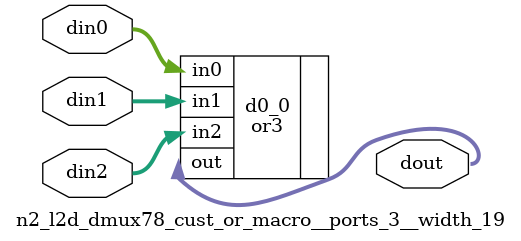
<source format=v>
module n2_l2d_dmux78_cust (
  waysel_c3, 
  set_c3, 
  coloff_c3, 
  coloff_c4_l, 
  rd_wr_c3, 
  worden_c3, 
  l2clk, 
  tcu_pce_ov, 
  tcu_pce, 
  se, 
  tcu_clk_stop, 
  waysel_top_c4, 
  waysel_bot_c4, 
  set_top_c3b, 
  set_bot_c3b, 
  coloff_top_c3b_l, 
  coloff_bot_c3b_l, 
  writeen_top_c3b, 
  writeen_bot_c3b, 
  l1clk, 
  worden_top_c3b, 
  worden_bot_c3b, 
  sat_lo0_bc_l, 
  sat_hi0_bc_l, 
  sat_lo1_bc_l, 
  sat_hi1_bc_l, 
  sab_lo0_bc_l, 
  sab_hi0_bc_l, 
  sab_lo1_bc_l, 
  sab_hi1_bc_l, 
  ldin0lo_b, 
  ldin0hi_b, 
  ldin1lo_b, 
  ldin1hi_b, 
  ldout0lo_b, 
  ldout0hi_b, 
  ldout1lo_b, 
  ldout1hi_b, 
  red_d_in_00, 
  red_d_out_00, 
  fuse_l2d_rid_00, 
  fuse_l2d_wren_00, 
  fuse_l2d_reset_00_l, 
  sel_quad_00, 
  red_d_in_01, 
  red_d_out_01, 
  fuse_l2d_rid_01, 
  fuse_l2d_wren_01, 
  fuse_l2d_reset_01_l, 
  sel_quad_01, 
  red_addr_top, 
  red_addr_bot, 
  red_top_d_00, 
  red_top_d_01, 
  cred);

input	[7:0]	waysel_c3;
input	[8:0]   set_c3;
input	   	coloff_c3;
input	   	coloff_c4_l;
//input	[1:0]   coloff_c5;
input	       	rd_wr_c3;
//input	       	readen_c5;
input	[3:0]   worden_c3;
input	       	l2clk;
input	       	tcu_pce_ov;
input	       	tcu_pce;
input	       	se;
input	       	tcu_clk_stop;
		
output	[7:0]	waysel_top_c4;			
output	[7:0]	waysel_bot_c4;			
output	[8:0]	set_top_c3b;		//	Set 8 will be inverted for top/bot
output	[8:0]	set_bot_c3b;		//	Set 8 will be inverted for top/bot
output		coloff_top_c3b_l;		
output		coloff_bot_c3b_l;		
//output		coloff_top_c4_l	;		
//output		coloff_bot_c4_l;			
//output	[1:0]	coloff_top_c5;			
//output	[1:0]	coloff_bot_c5;			
output		writeen_top_c3b;			
output		writeen_bot_c3b;			
//output		readen_top_c5;			
//output		readen_bot_c5;			
output		l1clk;				
output	[3:0]	worden_top_c3b;			
output	[3:0]	worden_bot_c3b;			


input	[19:0]	sat_lo0_bc_l;		//	Senseamp out from top-16kb
input	[19:0]	sat_hi0_bc_l;		//	Senseamp out from top-16kb
input	[18:0]	sat_lo1_bc_l;		//	Senseamp out from top-16kb
input	[18:0]	sat_hi1_bc_l;		//	Senseamp out from top-16kb
input	[19:0]	sab_lo0_bc_l;		//	Senseamp out from bot-16kb
input	[19:0]	sab_hi0_bc_l;		//	Senseamp out from bot-16kb
input	[18:0]	sab_lo1_bc_l;		//	Senseamp out from bot-16kb
input	[18:0]	sab_hi1_bc_l;		//	Senseamp out from bot-16kb
input	[19:0]	ldin0lo_b;	
input	[19:0]	ldin0hi_b;	
input	[18:0]	ldin1lo_b;	
input	[18:0]	ldin1hi_b;	
//input		bnken_lat;		//	Address latch enable (1.5cycle)
output	[19:0]	ldout0lo_b;	
output	[19:0]	ldout0hi_b;
output	[18:0]	ldout1lo_b;	
output	[18:0]	ldout1hi_b;	
		

input	[9:0]	red_d_in_00;
output	[9:0]	red_d_out_00;
input	[2:0]	fuse_l2d_rid_00;
input		fuse_l2d_wren_00;
input		fuse_l2d_reset_00_l;
input		sel_quad_00;

input	[9:0]	red_d_in_01;
output	[9:0]	red_d_out_01;
input	[2:0]	fuse_l2d_rid_01;
input		fuse_l2d_wren_01;
input		fuse_l2d_reset_01_l;
input		sel_quad_01;

output	[9:0]	red_addr_top;
output	[9:0]	red_addr_bot;
// forwarded
input	[9:0]	red_top_d_00;
input	[9:0]	red_top_d_01;

output	[77:0]	cred;
//output		fuse_l2d_reset_00_l_buf;
//output		fuse_l2d_reset_01_l_buf;

reg	[7:0]	waysel_top_c4;
reg	[7:0]	waysel_bot_c4;
reg	[8:0]	set_top_c3b;
reg	[8:0]	set_bot_c3b;
reg		writeen_top_c3b;
reg		writeen_bot_c3b;
reg	[3:0]	worden_top_c3b;
reg	[3:0]	worden_bot_c3b;
reg		coloff_top_c3b_l;
reg		coloff_bot_c3b_l;
reg     [7:0]   waysel_top_c3b;
reg     [7:0]   waysel_bot_c3b;
//always@(posedge l2clk)
always@(negedge l2clk)
begin
        coloff_top_c3b_l                <= ~coloff_c3;
        coloff_bot_c3b_l                <= ~coloff_c3;
	worden_top_c3b[3:0]		<=  worden_c3[3:0];
	worden_bot_c3b[3:0]		<=  worden_c3[3:0];
	writeen_top_c3b			<=  ~rd_wr_c3;
	writeen_bot_c3b			<=  ~rd_wr_c3;	
end

//always@(negedge l2clk)
//always@(l2clk or bnken_lat)
always@(l2clk or coloff_c4_l)
begin
//	if(~bnken_lat)
        if(~l2clk & coloff_c4_l)
	begin
		waysel_top_c3b[7:0]		<=  waysel_c3[7:0];	
		waysel_bot_c3b[7:0]		<=  waysel_c3[7:0];	
		set_bot_c3b[8:0]		<=  set_c3[8:0];
		set_top_c3b[8:0]		<=  {~set_c3[8],set_c3[7:0]};

	end
end

always@(posedge l2clk )
begin
waysel_top_c4[7:0]		<=  waysel_top_c3b[7:0];
waysel_bot_c4[7:0]		<=  waysel_bot_c3b[7:0];
end
//assign 	readen_top_c5	= readen_c5;
//assign 	readen_bot_c5	= readen_c5;
//assign 	coloff_top_c5	= coloff_c5[1:0];
//assign 	coloff_bot_c5	= coloff_c5[1:0];
//assign 	coloff_top_c4_l	= coloff_c4_l;
//assign 	coloff_bot_c4_l	= coloff_c4_l;


wire	[19:0]	sat_lo0_bc;
wire	[19:0]	sab_lo0_bc;
wire	[19:0]	sat_hi0_bc;
wire	[19:0]	sab_hi0_bc;
                       
wire	[18:0]	sat_lo1_bc;
wire	[18:0]	sab_lo1_bc;
wire	[18:0]	sat_hi1_bc;
wire	[18:0]	sab_hi1_bc;


//always@(posedge l1clk)
//begin
assign  sat_lo0_bc[19:0] = ~sat_lo0_bc_l[19:0];
assign  sab_lo0_bc[19:0] = ~sab_lo0_bc_l[19:0];
assign  sat_hi0_bc[19:0] = ~sat_hi0_bc_l[19:0];
assign  sab_hi0_bc[19:0] = ~sab_hi0_bc_l[19:0];

assign  sat_lo1_bc[18:0] = ~sat_lo1_bc_l[18:0];
assign  sab_lo1_bc[18:0] = ~sab_lo1_bc_l[18:0];
assign  sat_hi1_bc[18:0] = ~sat_hi1_bc_l[18:0];
assign  sab_hi1_bc[18:0] = ~sab_hi1_bc_l[18:0];
//end



n2_l2d_dmux78_cust_or_macro__ports_3__width_20  or_ldout0lo_b	
	(
	.dout	(ldout0lo_b[19:0]),
	.din0	(sat_lo0_bc[19:0]),
	.din1	(sab_lo0_bc[19:0]),
	.din2	(ldin0lo_b[19:0])
	);

n2_l2d_dmux78_cust_or_macro__ports_3__width_20  or_ldout0hi_b       
        (
        .dout   (ldout0hi_b[19:0]),
        .din0   (sat_hi0_bc[19:0]),
        .din1   (sab_hi0_bc[19:0]),
        .din2   (ldin0hi_b[19:0])
        );

n2_l2d_dmux78_cust_or_macro__ports_3__width_19  or_ldout1lo_b       
        (
        .dout   (ldout1lo_b[18:0]),
        .din0   (sat_lo1_bc[18:0]),
        .din1   (sab_lo1_bc[18:0]),
        .din2   (ldin1lo_b[18:0])
        );


n2_l2d_dmux78_cust_or_macro__ports_3__width_19  or_ldout1hi_b       
        (
        .dout   (ldout1hi_b[18:0]),
        .din0   (sat_hi1_bc[18:0]),
        .din1   (sab_hi1_bc[18:0]),
        .din2   (ldin1hi_b[18:0])
        );


cl_sc1_l1hdr_12x clk_hdr (
	.l2clk	(l2clk),
	.se	(se),
	.pce	(tcu_pce),
	.pce_ov	(tcu_pce_ov),
	.stop  	(tcu_clk_stop),
	.l1clk	(l1clk)
	);


// Redudant row modelling



reg	[9:0]	red_odd_0;
reg	[9:0]	red_odd_1;
reg	[9:0]	red_even_0;
reg	[9:0]	red_even_1;
reg	[7:0]	red_col_0;
reg	[7:0]	red_col_1;
//reg	[9:0]	red_d_out_00;
//reg	[9:0]	red_d_out_01;

wire  red_reg_clk_even_0;
wire  red_reg_clk_even_1;
wire  red_reg_clk_odd_0;
wire  red_reg_clk_odd_1;
wire  red_reg_clk_col_0;
wire  red_reg_clk_col_1;
wire [9:0] red_data_00;
wire [9:0] red_data_01;

// Initialize the register.
initial begin
   
   red_odd_0[9:0] = 10'b0;
   red_odd_1[9:0] = 10'b0;
   red_even_0[9:0]= 10'b0;
   red_even_1[9:0]= 10'b0;
   red_col_0[7:0] = 8'b0;
   red_col_1[7:0] = 8'b0;
end

assign  red_reg_clk_even_0 =~((~l1clk & fuse_l2d_wren_00 & (fuse_l2d_rid_00[2:0]==3'b000) & sel_quad_00) | ~fuse_l2d_reset_00_l);
assign  red_reg_clk_even_1 =~((~l1clk & fuse_l2d_wren_00 & (fuse_l2d_rid_00[2:0]==3'b010) & sel_quad_00) | ~fuse_l2d_reset_00_l);
assign  red_reg_clk_col_0  =~((~l1clk & fuse_l2d_wren_00 & (fuse_l2d_rid_00[2:0]==3'b100) & sel_quad_00) | ~fuse_l2d_reset_00_l);

assign  red_reg_clk_odd_0  =~((~l1clk &fuse_l2d_wren_01& (fuse_l2d_rid_01[2:0]==3'b001) & sel_quad_01) | ~fuse_l2d_reset_01_l);
assign  red_reg_clk_odd_1  =~((~l1clk &fuse_l2d_wren_01& (fuse_l2d_rid_01[2:0]==3'b011) & sel_quad_01) | ~fuse_l2d_reset_01_l);
assign  red_reg_clk_col_1  =~((~l1clk &fuse_l2d_wren_01& (fuse_l2d_rid_01[2:0]==3'b101) & sel_quad_01) | ~fuse_l2d_reset_01_l);

assign  red_data_00[9:0] = red_d_in_00[9:0] & {10{fuse_l2d_reset_00_l}};
assign  red_data_01[9:0] = red_d_in_01[9:0] & {10{fuse_l2d_reset_01_l}};

always @(red_reg_clk_even_0 or red_reg_clk_even_1 or red_reg_clk_col_0 or red_reg_clk_odd_0 or red_reg_clk_odd_1 or red_reg_clk_col_1 or red_d_in_00 or red_d_in_01) begin
  if (~red_reg_clk_even_0) begin
    red_even_0[9:0] <= red_data_00[9:0];
  end

  if (~red_reg_clk_even_1) begin
    red_even_1[9:0] <= red_data_00[9:0];
  end  
  
  if (~red_reg_clk_col_0) begin
    red_col_0[7:0] <= {red_data_00[9:8],red_data_00[5:0]};
  end
  
  if (~red_reg_clk_odd_0) begin
    red_odd_0[9:0] <= red_data_01[9:0];
  end

  if (~red_reg_clk_odd_1) begin
    red_odd_1[9:0] <= red_data_01[9:0];
  end  
  
  if (~red_reg_clk_col_1) begin
    red_col_1[7:0] <= {red_data_01[9:8],red_data_01[5:0]};
  end  
end
  
  
// 00 = bot and 01 = top

//always@(fuse_l2d_wren_00 or fuse_l2d_wren_01 or fuse_l2d_rid_01 or fuse_l2d_rid_00 
//	or red_d_in_00 or red_d_in_01 or sel_quad_00 or sel_quad_01)
//begin
//	if(fuse_l2d_wren_00 & ~fuse_l2d_rid_00[0] & set_bot_c3b[8] & (fuse_l2d_rid_00[2:1]==2'b00) & sel_quad_00)
//		red_even_0	<= red_d_in_00;
//	else if(fuse_l2d_wren_00 & ~fuse_l2d_rid_00[0] & set_top_c3b[8] & (fuse_l2d_rid_01[2:1]==2'b01) & sel_quad_00)
//		red_even_1	<= red_d_in_00;
//	else if(fuse_l2d_wren_00 & ~fuse_l2d_rid_00[0] & (fuse_l2d_rid_01[2:1]==2'b10) & sel_quad_00)
//		red_col_0	<= red_d_in_00[7:0];
//	
//	if(fuse_l2d_wren_01 & fuse_l2d_rid_01[0] & set_top_c3b[8] & (fuse_l2d_rid_01[2:1]==2'b00) & sel_quad_01)
//                red_odd_0 	<= red_d_in_01;
//	else if(fuse_l2d_wren_01 & fuse_l2d_rid_01[0] & set_bot_c3b[8] & (fuse_l2d_rid_01[2:1]==2'b01) & sel_quad_01)
//                red_odd_1       <= red_d_in_01;
//	else if(fuse_l2d_wren_01 & fuse_l2d_rid_01[0] & (fuse_l2d_rid_01[2:1]==2'b10) & sel_quad_01)
//                red_col_1        <= red_d_in_01[7:0];
//end
//			

//assign red_addr_top = set_top_c3b[0] ? red_odd_0 : red_even_0;
//assign red_addr_bot = set_top_c3b[0] ? red_odd_1 : red_even_1;
assign red_addr_top = set_top_c3b[0] ? red_odd_1 : red_even_1;
assign red_addr_bot = set_top_c3b[0] ? red_odd_0 : red_even_0;

assign red_d_out_00[7:0] = (red_even_0[7:0] & {8{fuse_l2d_rid_00[2:0]==3'b000}}) | 
                           (red_even_1[7:0] & {8{fuse_l2d_rid_00[2:0]==3'b010}}) |
			   ({2'b0,(red_col_0[5:0] & {6{fuse_l2d_rid_00[2:0]==3'b100}})})  | 
			   (red_top_d_00[7:0] & {8{~sel_quad_00}});
			   
assign red_d_out_00[9:8] = (red_even_0[9:8] & {2{fuse_l2d_rid_00[2:0]==3'b000}}) | 
                           (red_even_1[9:8] & {2{fuse_l2d_rid_00[2:0]==3'b010}}) | 
			   (red_col_0[7:6] & {2{fuse_l2d_rid_00[2:0]==3'b100}}) | 
			   (red_top_d_00[9:8] & {2{~sel_quad_00}});			   
			   
			   
			   
			   
assign red_d_out_01[7:0] = (red_odd_0[7:0] & {8{fuse_l2d_rid_01[2:0]==3'b001}}) | 
                           (red_odd_1[7:0] & {8{fuse_l2d_rid_01[2:0]==3'b011}}) |
			   ({2'b0,(red_col_1[5:0] & {6{fuse_l2d_rid_01[2:0]==3'b101}})}) | 
			   (red_top_d_01[7:0] & {8{~sel_quad_01}});			   
			   
assign red_d_out_01[9:8] = (red_odd_0[9:8] & {2{fuse_l2d_rid_01[2:0]==3'b001}}) | 
                           (red_odd_1[9:8] & {2{fuse_l2d_rid_01[2:0]==3'b011}}) |
			   (red_col_1[7:6] & {2{fuse_l2d_rid_01[2:0]==3'b101}}) | 
			   (red_top_d_01[9:8] & {2{~sel_quad_01}});			   
			   			   
			   
						   
//always@(fuse_l2d_rid_00)
//begin
//case(fuse_l2d_rid_00)
//3'b000	: begin 
//		red_d_out_00  = red_even_0; 
//		red_d_out_01  = 10'b0; 
//		end
//3'b010	: begin 
//		red_d_out_00  = red_even_1; 
//		red_d_out_01  = 10'b0; 
//		end
//3'b100	: begin 
//		red_d_out_00  = {2'b0,red_col_0};  
//		red_d_out_01  = 10'b0; 
//		end
//
//3'b001	: begin 
//		red_d_out_01  = red_odd_0;  
//		red_d_out_00  = 10'b0; 
//		end
//3'b011	: begin 
//		red_d_out_01  = red_odd_1;  
//		red_d_out_00  = 10'b0; 
//		end
//3'b101	: begin 
//		red_d_out_01  = {2'b0,red_col_1};  
//		red_d_out_00  = 10'b0; 
//		end
//
//default : begin 
//		red_d_out_00  = red_top_d_00;       
//		red_d_out_01  = red_top_d_01;
//		end
//endcase
//end

// Col redudancy

//reg     [7:0]   red_col_0;
//reg     [7:0]   red_col_1;

reg	[38:0] cred0;
reg	[38:0] cred1;

// Initialize cred0, cred1
initial begin
  cred0[38:0] = 39'b0;
  cred1[38:0] = 39'b0;
end

always@(red_col_0)
if(red_col_0[7] & red_col_0[6] & ~red_col_0[5])
case(red_col_0)
8'b11_0_00000	: 	cred0[18:0]	= 19'b111_1111_1111_1111_1111; //0
8'b11_0_00001	: 	cred0[18:0]	= 19'b111_1111_1111_1111_1110; //1
8'b11_0_00010	: 	cred0[18:0]	= 19'b111_1111_1111_1111_1100; //2
8'b11_0_00011	: 	cred0[18:0]	= 19'b111_1111_1111_1111_1000; //3
8'b11_0_00100	: 	cred0[18:0]	= 19'b111_1111_1111_1111_0000; //4
8'b11_0_00101	: 	cred0[18:0]	= 19'b111_1111_1111_1110_0000; //5
8'b11_0_00110	: 	cred0[18:0]	= 19'b111_1111_1111_1100_0000; //6
8'b11_0_00111	: 	cred0[18:0]	= 19'b111_1111_1111_1000_0000; //7
8'b11_0_01000	: 	cred0[18:0]	= 19'b111_1111_1111_0000_0000; //8
8'b11_0_01001	: 	cred0[18:0]	= 19'b111_1111_1110_0000_0000; //9
8'b11_0_01010	: 	cred0[18:0]	= 19'b111_1111_1100_0000_0000; //10
8'b11_0_01011	: 	cred0[18:0]	= 19'b111_1111_1000_0000_0000; //11
8'b11_0_01100	: 	cred0[18:0]	= 19'b111_1111_0000_0000_0000; //12
8'b11_0_01101	: 	cred0[18:0]	= 19'b111_1110_0000_0000_0000; //13
8'b11_0_01110	: 	cred0[18:0]	= 19'b111_1100_0000_0000_0000; //14
8'b11_0_01111	: 	cred0[18:0]	= 19'b111_1000_0000_0000_0000; //15
8'b11_0_10000	: 	cred0[18:0]	= 19'b111_0000_0000_0000_0000; //16
8'b11_0_10001	: 	cred0[18:0]	= 19'b110_0000_0000_0000_0000; //17
8'b11_0_10010	: 	cred0[18:0]	= 19'b100_0000_0000_0000_0000; //18
default		:       cred0[18:0]	= 19'b0;
endcase 
else cred0[18:0] = 19'b0;

always@(red_col_0)
if(red_col_0[7] & red_col_0[6] & red_col_0[5])
case(red_col_0)
8'b11_1_00000	: 	cred0[38:19]	= 20'b1111_1111_1111_1111_1111;//0
8'b11_1_00001	: 	cred0[38:19]	= 20'b0111_1111_1111_1111_1111;//1
8'b11_1_00010	: 	cred0[38:19]	= 20'b0011_1111_1111_1111_1111;//2
8'b11_1_00011	: 	cred0[38:19]	= 20'b0001_1111_1111_1111_1111;//3
8'b11_1_00100	: 	cred0[38:19]	= 20'b0000_1111_1111_1111_1111;//4
8'b11_1_00101	: 	cred0[38:19]	= 20'b0000_0111_1111_1111_1111;//5
8'b11_1_00110	: 	cred0[38:19]	= 20'b0000_0011_1111_1111_1111;//6
8'b11_1_00111	: 	cred0[38:19]	= 20'b0000_0001_1111_1111_1111;//7
8'b11_1_01000	: 	cred0[38:19]	= 20'b0000_0000_1111_1111_1111;//8
8'b11_1_01001	: 	cred0[38:19]	= 20'b0000_0000_0111_1111_1111;//9
8'b11_1_01010	: 	cred0[38:19]	= 20'b0000_0000_0011_1111_1111;//10
8'b11_1_01011	: 	cred0[38:19]	= 20'b0000_0000_0001_1111_1111;//11
8'b11_1_01100	: 	cred0[38:19]	= 20'b0000_0000_0000_1111_1111;//12
8'b11_1_01101	: 	cred0[38:19]	= 20'b0000_0000_0000_0111_1111;//13
8'b11_1_01110	: 	cred0[38:19]	= 20'b0000_0000_0000_0011_1111;//14
8'b11_1_01111	: 	cred0[38:19]	= 20'b0000_0000_0000_0001_1111;//15
8'b11_1_10000	: 	cred0[38:19]	= 20'b0000_0000_0000_0000_1111;//16
8'b11_1_10001	: 	cred0[38:19]	= 20'b0000_0000_0000_0000_0111;//17
8'b11_1_10010	: 	cred0[38:19]	= 20'b0000_0000_0000_0000_0011;//18
8'b11_1_10011	: 	cred0[38:19]	= 20'b0000_0000_0000_0000_0001;//19
default		:  	cred0[38:19]	= 20'b0;
endcase 				     
else cred0[38:19] = 20'b0;

always@(red_col_1)
if(red_col_1[7] & red_col_1[6] & red_col_1[5])
case(red_col_1)
8'b11_1_00000   :       cred1[19:0]	= 20'b1111_1111_1111_1111_1111; //0
8'b11_1_00001   :       cred1[19:0]	= 20'b1111_1111_1111_1111_1110; //1
8'b11_1_00010   :       cred1[19:0]	= 20'b1111_1111_1111_1111_1100; //2
8'b11_1_00011   :       cred1[19:0]	= 20'b1111_1111_1111_1111_1000; //3
8'b11_1_00100   :       cred1[19:0]	= 20'b1111_1111_1111_1111_0000; //4
8'b11_1_00101   :       cred1[19:0]	= 20'b1111_1111_1111_1110_0000; //5
8'b11_1_00110   :       cred1[19:0]	= 20'b1111_1111_1111_1100_0000; //6
8'b11_1_00111   :       cred1[19:0]	= 20'b1111_1111_1111_1000_0000; //7
8'b11_1_01000   :       cred1[19:0]	= 20'b1111_1111_1111_0000_0000; //8
8'b11_1_01001   :       cred1[19:0]	= 20'b1111_1111_1110_0000_0000; //9
8'b11_1_01010   :       cred1[19:0]	= 20'b1111_1111_1100_0000_0000; //10
8'b11_1_01011   :       cred1[19:0]	= 20'b1111_1111_1000_0000_0000; //11
8'b11_1_01100   :       cred1[19:0]	= 20'b1111_1111_0000_0000_0000; //12
8'b11_1_01101   :       cred1[19:0]	= 20'b1111_1110_0000_0000_0000; //13
8'b11_1_01110   :       cred1[19:0]	= 20'b1111_1100_0000_0000_0000; //14
8'b11_1_01111   :       cred1[19:0]	= 20'b1111_1000_0000_0000_0000; //15
8'b11_1_10000   :       cred1[19:0]	= 20'b1111_0000_0000_0000_0000; //16
8'b11_1_10001   :       cred1[19:0]	= 20'b1110_0000_0000_0000_0000; //17
8'b11_1_10010   :       cred1[19:0]	= 20'b1100_0000_0000_0000_0000; //18
8'b11_1_10011   :       cred1[19:0]	= 20'b1000_0000_0000_0000_0000; //19
default		:       cred1[19:0]	= 20'b0;
endcase
else cred1[19:0] = 20'b0;

always@(red_col_1)
if(red_col_1[7] & red_col_1[6] & ~red_col_1[5])
case(red_col_1)
8'b11_0_00000   :       cred1[38:20]	= 19'b111_1111_1111_1111_1111;//0
8'b11_0_00001   :       cred1[38:20]	= 19'b011_1111_1111_1111_1111;//1
8'b11_0_00010   :       cred1[38:20]	= 19'b001_1111_1111_1111_1111;//2
8'b11_0_00011   :       cred1[38:20]	= 19'b000_1111_1111_1111_1111;//3
8'b11_0_00100   :       cred1[38:20]	= 19'b000_0111_1111_1111_1111;//4
8'b11_0_00101   :       cred1[38:20]	= 19'b000_0011_1111_1111_1111;//5
8'b11_0_00110   :       cred1[38:20]	= 19'b000_0001_1111_1111_1111;//6
8'b11_0_00111   :       cred1[38:20]	= 19'b000_0000_1111_1111_1111;//7
8'b11_0_01000   :       cred1[38:20]	= 19'b000_0000_0111_1111_1111;//8
8'b11_0_01001   :       cred1[38:20]	= 19'b000_0000_0011_1111_1111;//9
8'b11_0_01010   :       cred1[38:20]	= 19'b000_0000_0001_1111_1111;//10
8'b11_0_01011   :       cred1[38:20]	= 19'b000_0000_0000_1111_1111;//11
8'b11_0_01100   :       cred1[38:20]	= 19'b000_0000_0000_0111_1111;//12
8'b11_0_01101   :       cred1[38:20]	= 19'b000_0000_0000_0011_1111;//13
8'b11_0_01110   :       cred1[38:20]	= 19'b000_0000_0000_0001_1111;//14
8'b11_0_01111   :       cred1[38:20]	= 19'b000_0000_0000_0000_1111;//15
8'b11_0_10000   :       cred1[38:20]	= 19'b000_0000_0000_0000_0111;//16
8'b11_0_10001   :       cred1[38:20]	= 19'b000_0000_0000_0000_0011;//17
8'b11_0_10010   :       cred1[38:20]	= 19'b000_0000_0000_0000_0001;//18
default		:       cred1[38:20]	= 19'b0;
endcase
else cred1[38:20] = 19'b0;

assign cred[77:0] = {cred1[38:0], cred0[38:0]};
//assign cred[77:0] = 78'b0;


//assign fuse_l2d_reset_00_buf = fuse_l2d_reset_00;
//assign fuse_l2d_reset_01_buf = fuse_l2d_reset_01;




endmodule


//  
//   or macro for ports = 2,3
//
//





module n2_l2d_dmux78_cust_or_macro__ports_3__width_20 (
  din0, 
  din1, 
  din2, 
  dout);
  input [19:0] din0;
  input [19:0] din1;
  input [19:0] din2;
  output [19:0] dout;






or3 #(20)  d0_0 (
.in0(din0[19:0]),
.in1(din1[19:0]),
.in2(din2[19:0]),
.out(dout[19:0])
);









endmodule





//  
//   or macro for ports = 2,3
//
//





module n2_l2d_dmux78_cust_or_macro__ports_3__width_19 (
  din0, 
  din1, 
  din2, 
  dout);
  input [18:0] din0;
  input [18:0] din1;
  input [18:0] din2;
  output [18:0] dout;






or3 #(19)  d0_0 (
.in0(din0[18:0]),
.in1(din1[18:0]),
.in2(din2[18:0]),
.out(dout[18:0])
);









endmodule





</source>
